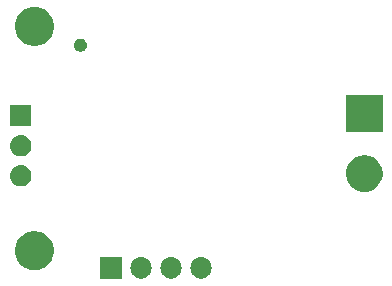
<source format=gbs>
G04 #@! TF.GenerationSoftware,KiCad,Pcbnew,(5.1.2)-1*
G04 #@! TF.CreationDate,2022-10-08T12:37:54+09:00*
G04 #@! TF.ProjectId,thamp,7468616d-702e-46b6-9963-61645f706362,v1.2*
G04 #@! TF.SameCoordinates,Original*
G04 #@! TF.FileFunction,Soldermask,Bot*
G04 #@! TF.FilePolarity,Negative*
%FSLAX46Y46*%
G04 Gerber Fmt 4.6, Leading zero omitted, Abs format (unit mm)*
G04 Created by KiCad (PCBNEW (5.1.2)-1) date 2022-10-08 12:37:54*
%MOMM*%
%LPD*%
G04 APERTURE LIST*
%ADD10C,0.100000*%
G04 APERTURE END LIST*
D10*
G36*
X137220443Y-122565519D02*
G01*
X137286627Y-122572037D01*
X137456466Y-122623557D01*
X137612991Y-122707222D01*
X137648729Y-122736552D01*
X137750186Y-122819814D01*
X137833448Y-122921271D01*
X137862778Y-122957009D01*
X137946443Y-123113534D01*
X137997963Y-123283373D01*
X138015359Y-123460000D01*
X137997963Y-123636627D01*
X137946443Y-123806466D01*
X137862778Y-123962991D01*
X137833448Y-123998729D01*
X137750186Y-124100186D01*
X137648729Y-124183448D01*
X137612991Y-124212778D01*
X137456466Y-124296443D01*
X137286627Y-124347963D01*
X137220442Y-124354482D01*
X137154260Y-124361000D01*
X137065740Y-124361000D01*
X136999558Y-124354482D01*
X136933373Y-124347963D01*
X136763534Y-124296443D01*
X136607009Y-124212778D01*
X136571271Y-124183448D01*
X136469814Y-124100186D01*
X136386552Y-123998729D01*
X136357222Y-123962991D01*
X136273557Y-123806466D01*
X136222037Y-123636627D01*
X136204641Y-123460000D01*
X136222037Y-123283373D01*
X136273557Y-123113534D01*
X136357222Y-122957009D01*
X136386552Y-122921271D01*
X136469814Y-122819814D01*
X136571271Y-122736552D01*
X136607009Y-122707222D01*
X136763534Y-122623557D01*
X136933373Y-122572037D01*
X136999557Y-122565519D01*
X137065740Y-122559000D01*
X137154260Y-122559000D01*
X137220443Y-122565519D01*
X137220443Y-122565519D01*
G37*
G36*
X130391000Y-124361000D02*
G01*
X128589000Y-124361000D01*
X128589000Y-122559000D01*
X130391000Y-122559000D01*
X130391000Y-124361000D01*
X130391000Y-124361000D01*
G37*
G36*
X132140443Y-122565519D02*
G01*
X132206627Y-122572037D01*
X132376466Y-122623557D01*
X132532991Y-122707222D01*
X132568729Y-122736552D01*
X132670186Y-122819814D01*
X132753448Y-122921271D01*
X132782778Y-122957009D01*
X132866443Y-123113534D01*
X132917963Y-123283373D01*
X132935359Y-123460000D01*
X132917963Y-123636627D01*
X132866443Y-123806466D01*
X132782778Y-123962991D01*
X132753448Y-123998729D01*
X132670186Y-124100186D01*
X132568729Y-124183448D01*
X132532991Y-124212778D01*
X132376466Y-124296443D01*
X132206627Y-124347963D01*
X132140442Y-124354482D01*
X132074260Y-124361000D01*
X131985740Y-124361000D01*
X131919558Y-124354482D01*
X131853373Y-124347963D01*
X131683534Y-124296443D01*
X131527009Y-124212778D01*
X131491271Y-124183448D01*
X131389814Y-124100186D01*
X131306552Y-123998729D01*
X131277222Y-123962991D01*
X131193557Y-123806466D01*
X131142037Y-123636627D01*
X131124641Y-123460000D01*
X131142037Y-123283373D01*
X131193557Y-123113534D01*
X131277222Y-122957009D01*
X131306552Y-122921271D01*
X131389814Y-122819814D01*
X131491271Y-122736552D01*
X131527009Y-122707222D01*
X131683534Y-122623557D01*
X131853373Y-122572037D01*
X131919557Y-122565519D01*
X131985740Y-122559000D01*
X132074260Y-122559000D01*
X132140443Y-122565519D01*
X132140443Y-122565519D01*
G37*
G36*
X134680443Y-122565519D02*
G01*
X134746627Y-122572037D01*
X134916466Y-122623557D01*
X135072991Y-122707222D01*
X135108729Y-122736552D01*
X135210186Y-122819814D01*
X135293448Y-122921271D01*
X135322778Y-122957009D01*
X135406443Y-123113534D01*
X135457963Y-123283373D01*
X135475359Y-123460000D01*
X135457963Y-123636627D01*
X135406443Y-123806466D01*
X135322778Y-123962991D01*
X135293448Y-123998729D01*
X135210186Y-124100186D01*
X135108729Y-124183448D01*
X135072991Y-124212778D01*
X134916466Y-124296443D01*
X134746627Y-124347963D01*
X134680442Y-124354482D01*
X134614260Y-124361000D01*
X134525740Y-124361000D01*
X134459558Y-124354482D01*
X134393373Y-124347963D01*
X134223534Y-124296443D01*
X134067009Y-124212778D01*
X134031271Y-124183448D01*
X133929814Y-124100186D01*
X133846552Y-123998729D01*
X133817222Y-123962991D01*
X133733557Y-123806466D01*
X133682037Y-123636627D01*
X133664641Y-123460000D01*
X133682037Y-123283373D01*
X133733557Y-123113534D01*
X133817222Y-122957009D01*
X133846552Y-122921271D01*
X133929814Y-122819814D01*
X134031271Y-122736552D01*
X134067009Y-122707222D01*
X134223534Y-122623557D01*
X134393373Y-122572037D01*
X134459557Y-122565519D01*
X134525740Y-122559000D01*
X134614260Y-122559000D01*
X134680443Y-122565519D01*
X134680443Y-122565519D01*
G37*
G36*
X123375256Y-120391298D02*
G01*
X123481579Y-120412447D01*
X123782042Y-120536903D01*
X124052451Y-120717585D01*
X124282415Y-120947549D01*
X124282416Y-120947551D01*
X124463098Y-121217960D01*
X124587553Y-121518422D01*
X124651000Y-121837389D01*
X124651000Y-122162611D01*
X124587553Y-122481578D01*
X124494089Y-122707222D01*
X124463097Y-122782042D01*
X124282415Y-123052451D01*
X124052451Y-123282415D01*
X123782042Y-123463097D01*
X123481579Y-123587553D01*
X123375256Y-123608702D01*
X123162611Y-123651000D01*
X122837389Y-123651000D01*
X122624744Y-123608702D01*
X122518421Y-123587553D01*
X122217958Y-123463097D01*
X121947549Y-123282415D01*
X121717585Y-123052451D01*
X121536903Y-122782042D01*
X121505912Y-122707222D01*
X121412447Y-122481578D01*
X121349000Y-122162611D01*
X121349000Y-121837389D01*
X121412447Y-121518422D01*
X121536902Y-121217960D01*
X121717584Y-120947551D01*
X121717585Y-120947549D01*
X121947549Y-120717585D01*
X122217958Y-120536903D01*
X122518421Y-120412447D01*
X122624744Y-120391298D01*
X122837389Y-120349000D01*
X123162611Y-120349000D01*
X123375256Y-120391298D01*
X123375256Y-120391298D01*
G37*
G36*
X151232585Y-113948802D02*
G01*
X151382410Y-113978604D01*
X151664674Y-114095521D01*
X151918705Y-114265259D01*
X152134741Y-114481295D01*
X152304479Y-114735326D01*
X152421396Y-115017590D01*
X152449128Y-115157009D01*
X152480263Y-115313532D01*
X152481000Y-115317240D01*
X152481000Y-115622760D01*
X152421396Y-115922410D01*
X152304479Y-116204674D01*
X152134741Y-116458705D01*
X151918705Y-116674741D01*
X151664674Y-116844479D01*
X151382410Y-116961396D01*
X151232585Y-116991198D01*
X151082761Y-117021000D01*
X150777239Y-117021000D01*
X150627415Y-116991198D01*
X150477590Y-116961396D01*
X150195326Y-116844479D01*
X149941295Y-116674741D01*
X149725259Y-116458705D01*
X149555521Y-116204674D01*
X149438604Y-115922410D01*
X149379000Y-115622760D01*
X149379000Y-115317240D01*
X149379738Y-115313532D01*
X149410872Y-115157009D01*
X149438604Y-115017590D01*
X149555521Y-114735326D01*
X149725259Y-114481295D01*
X149941295Y-114265259D01*
X150195326Y-114095521D01*
X150477590Y-113978604D01*
X150627415Y-113948802D01*
X150777239Y-113919000D01*
X151082761Y-113919000D01*
X151232585Y-113948802D01*
X151232585Y-113948802D01*
G37*
G36*
X121950443Y-114765519D02*
G01*
X122016627Y-114772037D01*
X122186466Y-114823557D01*
X122342991Y-114907222D01*
X122378729Y-114936552D01*
X122480186Y-115019814D01*
X122563448Y-115121271D01*
X122592778Y-115157009D01*
X122676443Y-115313534D01*
X122727963Y-115483373D01*
X122745359Y-115660000D01*
X122727963Y-115836627D01*
X122676443Y-116006466D01*
X122592778Y-116162991D01*
X122563448Y-116198729D01*
X122480186Y-116300186D01*
X122378729Y-116383448D01*
X122342991Y-116412778D01*
X122186466Y-116496443D01*
X122016627Y-116547963D01*
X121950442Y-116554482D01*
X121884260Y-116561000D01*
X121795740Y-116561000D01*
X121729558Y-116554482D01*
X121663373Y-116547963D01*
X121493534Y-116496443D01*
X121337009Y-116412778D01*
X121301271Y-116383448D01*
X121199814Y-116300186D01*
X121116552Y-116198729D01*
X121087222Y-116162991D01*
X121003557Y-116006466D01*
X120952037Y-115836627D01*
X120934641Y-115660000D01*
X120952037Y-115483373D01*
X121003557Y-115313534D01*
X121087222Y-115157009D01*
X121116552Y-115121271D01*
X121199814Y-115019814D01*
X121301271Y-114936552D01*
X121337009Y-114907222D01*
X121493534Y-114823557D01*
X121663373Y-114772037D01*
X121729557Y-114765519D01*
X121795740Y-114759000D01*
X121884260Y-114759000D01*
X121950443Y-114765519D01*
X121950443Y-114765519D01*
G37*
G36*
X121950443Y-112225519D02*
G01*
X122016627Y-112232037D01*
X122186466Y-112283557D01*
X122342991Y-112367222D01*
X122378729Y-112396552D01*
X122480186Y-112479814D01*
X122563448Y-112581271D01*
X122592778Y-112617009D01*
X122676443Y-112773534D01*
X122727963Y-112943373D01*
X122745359Y-113120000D01*
X122727963Y-113296627D01*
X122676443Y-113466466D01*
X122592778Y-113622991D01*
X122563448Y-113658729D01*
X122480186Y-113760186D01*
X122378729Y-113843448D01*
X122342991Y-113872778D01*
X122186466Y-113956443D01*
X122016627Y-114007963D01*
X121950443Y-114014481D01*
X121884260Y-114021000D01*
X121795740Y-114021000D01*
X121729557Y-114014481D01*
X121663373Y-114007963D01*
X121493534Y-113956443D01*
X121337009Y-113872778D01*
X121301271Y-113843448D01*
X121199814Y-113760186D01*
X121116552Y-113658729D01*
X121087222Y-113622991D01*
X121003557Y-113466466D01*
X120952037Y-113296627D01*
X120934641Y-113120000D01*
X120952037Y-112943373D01*
X121003557Y-112773534D01*
X121087222Y-112617009D01*
X121116552Y-112581271D01*
X121199814Y-112479814D01*
X121301271Y-112396552D01*
X121337009Y-112367222D01*
X121493534Y-112283557D01*
X121663373Y-112232037D01*
X121729557Y-112225519D01*
X121795740Y-112219000D01*
X121884260Y-112219000D01*
X121950443Y-112225519D01*
X121950443Y-112225519D01*
G37*
G36*
X152481000Y-111941000D02*
G01*
X149379000Y-111941000D01*
X149379000Y-108839000D01*
X152481000Y-108839000D01*
X152481000Y-111941000D01*
X152481000Y-111941000D01*
G37*
G36*
X122741000Y-111481000D02*
G01*
X120939000Y-111481000D01*
X120939000Y-109679000D01*
X122741000Y-109679000D01*
X122741000Y-111481000D01*
X122741000Y-111481000D01*
G37*
G36*
X127060721Y-104070174D02*
G01*
X127160995Y-104111709D01*
X127160996Y-104111710D01*
X127251242Y-104172010D01*
X127327990Y-104248758D01*
X127327991Y-104248760D01*
X127388291Y-104339005D01*
X127429826Y-104439279D01*
X127451000Y-104545730D01*
X127451000Y-104654270D01*
X127429826Y-104760721D01*
X127388291Y-104860995D01*
X127388290Y-104860996D01*
X127327990Y-104951242D01*
X127251242Y-105027990D01*
X127205812Y-105058345D01*
X127160995Y-105088291D01*
X127060721Y-105129826D01*
X126954270Y-105151000D01*
X126845730Y-105151000D01*
X126739279Y-105129826D01*
X126639005Y-105088291D01*
X126594188Y-105058345D01*
X126548758Y-105027990D01*
X126472010Y-104951242D01*
X126411710Y-104860996D01*
X126411709Y-104860995D01*
X126370174Y-104760721D01*
X126349000Y-104654270D01*
X126349000Y-104545730D01*
X126370174Y-104439279D01*
X126411709Y-104339005D01*
X126472009Y-104248760D01*
X126472010Y-104248758D01*
X126548758Y-104172010D01*
X126639004Y-104111710D01*
X126639005Y-104111709D01*
X126739279Y-104070174D01*
X126845730Y-104049000D01*
X126954270Y-104049000D01*
X127060721Y-104070174D01*
X127060721Y-104070174D01*
G37*
G36*
X123375256Y-101391298D02*
G01*
X123481579Y-101412447D01*
X123782042Y-101536903D01*
X124052451Y-101717585D01*
X124282415Y-101947549D01*
X124463097Y-102217958D01*
X124587553Y-102518421D01*
X124651000Y-102837391D01*
X124651000Y-103162609D01*
X124587553Y-103481579D01*
X124463097Y-103782042D01*
X124282415Y-104052451D01*
X124052451Y-104282415D01*
X123782042Y-104463097D01*
X123481579Y-104587553D01*
X123375256Y-104608702D01*
X123162611Y-104651000D01*
X122837389Y-104651000D01*
X122624744Y-104608702D01*
X122518421Y-104587553D01*
X122217958Y-104463097D01*
X121947549Y-104282415D01*
X121717585Y-104052451D01*
X121536903Y-103782042D01*
X121412447Y-103481579D01*
X121349000Y-103162609D01*
X121349000Y-102837391D01*
X121412447Y-102518421D01*
X121536903Y-102217958D01*
X121717585Y-101947549D01*
X121947549Y-101717585D01*
X122217958Y-101536903D01*
X122518421Y-101412447D01*
X122624744Y-101391298D01*
X122837389Y-101349000D01*
X123162611Y-101349000D01*
X123375256Y-101391298D01*
X123375256Y-101391298D01*
G37*
M02*

</source>
